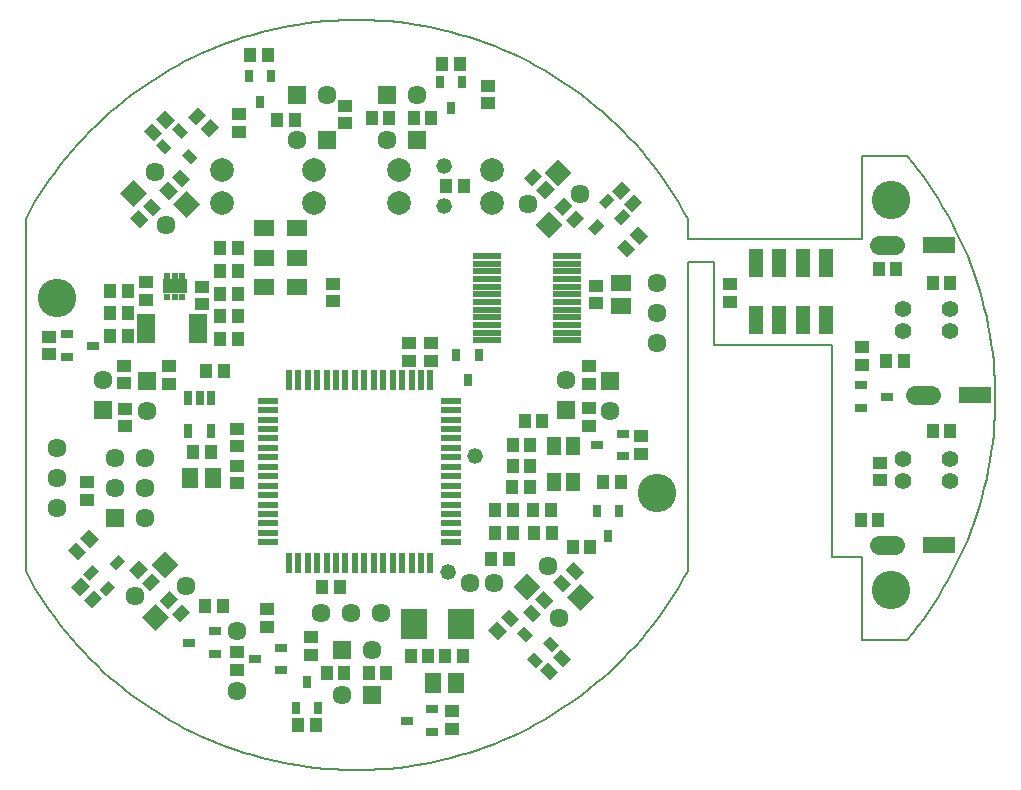
<source format=gts>
G75*
%MOIN*%
%OFA0B0*%
%FSLAX24Y24*%
%IPPOS*%
%LPD*%
%AMOC8*
5,1,8,0,0,1.08239X$1,22.5*
%
%ADD10C,0.0080*%
%ADD11R,0.0395X0.0474*%
%ADD12R,0.0474X0.0395*%
%ADD13R,0.0635X0.0635*%
%ADD14C,0.0635*%
%ADD15C,0.0520*%
%ADD16R,0.0635X0.0635*%
%ADD17R,0.0533X0.0671*%
%ADD18R,0.0867X0.1025*%
%ADD19C,0.0792*%
%ADD20C,0.1280*%
%ADD21R,0.0316X0.0430*%
%ADD22R,0.0430X0.0316*%
%ADD23R,0.0631X0.0190*%
%ADD24R,0.0245X0.0245*%
%ADD25R,0.0387X0.0474*%
%ADD26R,0.0946X0.0237*%
%ADD27R,0.0513X0.0631*%
%ADD28R,0.0671X0.0240*%
%ADD29R,0.0240X0.0671*%
%ADD30R,0.0474X0.0946*%
%ADD31C,0.0556*%
%ADD32R,0.0316X0.0513*%
%ADD33R,0.0671X0.0533*%
%ADD34C,0.0635*%
%ADD35R,0.1080X0.0580*%
%ADD36R,0.0710X0.0552*%
D10*
X005768Y008412D02*
X005768Y020148D01*
X005914Y020415D01*
X006066Y020678D01*
X006225Y020937D01*
X006390Y021192D01*
X006561Y021444D01*
X006739Y021691D01*
X006922Y021933D01*
X007111Y022171D01*
X007305Y022405D01*
X007506Y022633D01*
X007712Y022857D01*
X007923Y023075D01*
X008139Y023289D01*
X008361Y023497D01*
X008588Y023699D01*
X008819Y023896D01*
X009055Y024088D01*
X009296Y024273D01*
X009541Y024453D01*
X009791Y024626D01*
X010044Y024794D01*
X010302Y024955D01*
X010563Y025110D01*
X010829Y025259D01*
X011097Y025401D01*
X011369Y025536D01*
X011645Y025665D01*
X011923Y025787D01*
X012204Y025903D01*
X012488Y026011D01*
X012775Y026112D01*
X013064Y026207D01*
X013355Y026294D01*
X013648Y026375D01*
X013943Y026448D01*
X014240Y026514D01*
X014538Y026573D01*
X014837Y026624D01*
X015138Y026668D01*
X015440Y026705D01*
X015742Y026735D01*
X016046Y026757D01*
X016349Y026772D01*
X016653Y026779D01*
X016957Y026779D01*
X017261Y026772D01*
X017564Y026757D01*
X017868Y026735D01*
X018170Y026705D01*
X018472Y026668D01*
X018773Y026624D01*
X019072Y026573D01*
X019370Y026514D01*
X019667Y026448D01*
X019962Y026375D01*
X020255Y026294D01*
X020546Y026207D01*
X020835Y026112D01*
X021122Y026011D01*
X021406Y025903D01*
X021687Y025787D01*
X021965Y025665D01*
X022241Y025536D01*
X022513Y025401D01*
X022781Y025259D01*
X023047Y025110D01*
X023308Y024955D01*
X023566Y024794D01*
X023819Y024626D01*
X024069Y024453D01*
X024314Y024273D01*
X024555Y024088D01*
X024791Y023896D01*
X025022Y023699D01*
X025249Y023497D01*
X025471Y023289D01*
X025687Y023075D01*
X025898Y022857D01*
X026104Y022633D01*
X026305Y022405D01*
X026499Y022171D01*
X026688Y021933D01*
X026871Y021691D01*
X027049Y021444D01*
X027220Y021192D01*
X027385Y020937D01*
X027544Y020678D01*
X027696Y020415D01*
X027842Y020148D01*
X027841Y020148D02*
X027841Y019497D01*
X033635Y019497D01*
X033635Y022252D01*
X035144Y022252D01*
X028714Y018709D02*
X027841Y018709D01*
X027841Y008412D01*
X032651Y008867D02*
X033635Y008867D01*
X033635Y006111D01*
X035144Y006111D01*
X032651Y008867D02*
X032651Y015953D01*
X028714Y015953D01*
X028714Y018709D01*
X035143Y022253D02*
X035336Y022019D01*
X035523Y021781D01*
X035704Y021539D01*
X035879Y021292D01*
X036048Y021041D01*
X036211Y020786D01*
X036367Y020528D01*
X036518Y020265D01*
X036662Y019999D01*
X036799Y019730D01*
X036930Y019457D01*
X037055Y019181D01*
X037172Y018903D01*
X037283Y018621D01*
X037387Y018337D01*
X037484Y018050D01*
X037574Y017762D01*
X037658Y017471D01*
X037734Y017178D01*
X037803Y016883D01*
X037864Y016587D01*
X037919Y016290D01*
X037966Y015991D01*
X038007Y015691D01*
X038039Y015390D01*
X038065Y015089D01*
X038083Y014787D01*
X038094Y014485D01*
X038098Y014182D01*
X038094Y013879D01*
X038083Y013577D01*
X038065Y013275D01*
X038039Y012974D01*
X038007Y012673D01*
X037966Y012373D01*
X037919Y012074D01*
X037864Y011777D01*
X037803Y011481D01*
X037734Y011186D01*
X037658Y010893D01*
X037574Y010602D01*
X037484Y010314D01*
X037387Y010027D01*
X037283Y009743D01*
X037172Y009461D01*
X037055Y009183D01*
X036930Y008907D01*
X036799Y008634D01*
X036662Y008365D01*
X036518Y008099D01*
X036367Y007836D01*
X036211Y007578D01*
X036048Y007323D01*
X035879Y007072D01*
X035704Y006825D01*
X035523Y006583D01*
X035336Y006345D01*
X035143Y006111D01*
X027842Y008412D02*
X027696Y008145D01*
X027544Y007882D01*
X027385Y007623D01*
X027220Y007368D01*
X027049Y007116D01*
X026871Y006869D01*
X026688Y006627D01*
X026499Y006389D01*
X026305Y006155D01*
X026104Y005927D01*
X025898Y005703D01*
X025687Y005485D01*
X025471Y005271D01*
X025249Y005063D01*
X025022Y004861D01*
X024791Y004664D01*
X024555Y004472D01*
X024314Y004287D01*
X024069Y004107D01*
X023819Y003934D01*
X023566Y003766D01*
X023308Y003605D01*
X023047Y003450D01*
X022781Y003301D01*
X022513Y003159D01*
X022241Y003024D01*
X021965Y002895D01*
X021687Y002773D01*
X021406Y002657D01*
X021122Y002549D01*
X020835Y002448D01*
X020546Y002353D01*
X020255Y002266D01*
X019962Y002185D01*
X019667Y002112D01*
X019370Y002046D01*
X019072Y001987D01*
X018773Y001936D01*
X018472Y001892D01*
X018170Y001855D01*
X017868Y001825D01*
X017564Y001803D01*
X017261Y001788D01*
X016957Y001781D01*
X016653Y001781D01*
X016349Y001788D01*
X016046Y001803D01*
X015742Y001825D01*
X015440Y001855D01*
X015138Y001892D01*
X014837Y001936D01*
X014538Y001987D01*
X014240Y002046D01*
X013943Y002112D01*
X013648Y002185D01*
X013355Y002266D01*
X013064Y002353D01*
X012775Y002448D01*
X012488Y002549D01*
X012204Y002657D01*
X011923Y002773D01*
X011645Y002895D01*
X011369Y003024D01*
X011097Y003159D01*
X010829Y003301D01*
X010563Y003450D01*
X010302Y003605D01*
X010044Y003766D01*
X009791Y003934D01*
X009541Y004107D01*
X009296Y004287D01*
X009055Y004472D01*
X008819Y004664D01*
X008588Y004861D01*
X008361Y005063D01*
X008139Y005271D01*
X007923Y005485D01*
X007712Y005703D01*
X007506Y005927D01*
X007305Y006155D01*
X007111Y006389D01*
X006922Y006627D01*
X006739Y006869D01*
X006561Y007116D01*
X006390Y007368D01*
X006225Y007623D01*
X006066Y007882D01*
X005914Y008145D01*
X005768Y008412D01*
D11*
X011350Y012365D03*
X011940Y012365D03*
X011798Y015067D03*
X012388Y015067D03*
X012248Y016149D03*
X012838Y016149D03*
X012838Y016899D03*
X012248Y016899D03*
X012248Y017649D03*
X012838Y017649D03*
X012838Y018399D03*
X012248Y018399D03*
X012248Y019168D03*
X012838Y019168D03*
X009188Y017749D03*
X008598Y017749D03*
X008598Y016999D03*
X009188Y016999D03*
X009188Y016249D03*
X008598Y016249D03*
X014159Y023455D03*
X014750Y023455D03*
X017309Y023530D03*
X017900Y023530D03*
X018709Y023530D03*
X019300Y023530D03*
X019659Y025305D03*
X020250Y025305D03*
X020375Y021255D03*
X019784Y021255D03*
X013850Y025605D03*
X013259Y025605D03*
X022409Y013430D03*
X023000Y013430D03*
X022600Y012630D03*
X022009Y012630D03*
X022009Y011930D03*
X022600Y011930D03*
X022575Y011230D03*
X021984Y011230D03*
X022004Y010436D03*
X022695Y010442D03*
X023286Y010442D03*
X023311Y009693D03*
X022720Y009693D03*
X022004Y009687D03*
X021414Y009687D03*
X021414Y010436D03*
X021284Y008830D03*
X021875Y008830D03*
X024009Y009230D03*
X024600Y009230D03*
X025011Y011393D03*
X025602Y011393D03*
X020350Y005580D03*
X019759Y005580D03*
X019200Y005580D03*
X018609Y005580D03*
X017800Y005030D03*
X017209Y005030D03*
X016400Y005030D03*
X015809Y005030D03*
X015450Y003280D03*
X014859Y003280D03*
X012351Y007232D03*
X011760Y007232D03*
X015659Y007880D03*
X016250Y007880D03*
X033609Y010130D03*
X034200Y010130D03*
X036009Y013080D03*
X036600Y013080D03*
X035050Y015430D03*
X034459Y015430D03*
X036009Y018030D03*
X036600Y018030D03*
X034800Y018480D03*
X034209Y018480D03*
D12*
G36*
X007710Y007452D02*
X008044Y007786D01*
X008322Y007508D01*
X007988Y007174D01*
X007710Y007452D01*
G37*
G36*
X007292Y007870D02*
X007626Y008204D01*
X007904Y007926D01*
X007570Y007592D01*
X007292Y007870D01*
G37*
G36*
X007454Y009389D02*
X007788Y009055D01*
X007510Y008777D01*
X007176Y009111D01*
X007454Y009389D01*
G37*
G36*
X007871Y009807D02*
X008205Y009473D01*
X007927Y009195D01*
X007593Y009529D01*
X007871Y009807D01*
G37*
X007805Y010785D03*
X007805Y011375D03*
X009069Y013233D03*
X009069Y013824D03*
X009050Y014666D03*
X009050Y015256D03*
X010566Y015246D03*
X010566Y014655D03*
X012810Y013155D03*
X012810Y012564D03*
X012810Y011930D03*
X012810Y011339D03*
G36*
X009838Y008495D02*
X009504Y008161D01*
X009226Y008439D01*
X009560Y008773D01*
X009838Y008495D01*
G37*
G36*
X010255Y008077D02*
X009921Y007743D01*
X009643Y008021D01*
X009977Y008355D01*
X010255Y008077D01*
G37*
G36*
X010226Y007413D02*
X010560Y007747D01*
X010838Y007469D01*
X010504Y007135D01*
X010226Y007413D01*
G37*
G36*
X010643Y006995D02*
X010977Y007329D01*
X011255Y007051D01*
X010921Y006717D01*
X010643Y006995D01*
G37*
X012805Y005700D03*
X012805Y005110D03*
X013805Y006560D03*
X013805Y007150D03*
X015293Y006217D03*
X015293Y005627D03*
X019980Y003750D03*
X019980Y003160D03*
G36*
X023252Y004782D02*
X022918Y005116D01*
X023196Y005394D01*
X023530Y005060D01*
X023252Y004782D01*
G37*
G36*
X023670Y005200D02*
X023336Y005534D01*
X023614Y005812D01*
X023948Y005478D01*
X023670Y005200D01*
G37*
G36*
X022624Y007326D02*
X022958Y006992D01*
X022680Y006714D01*
X022346Y007048D01*
X022624Y007326D01*
G37*
G36*
X023041Y007744D02*
X023375Y007410D01*
X023097Y007132D01*
X022763Y007466D01*
X023041Y007744D01*
G37*
G36*
X023684Y007701D02*
X023350Y008035D01*
X023628Y008313D01*
X023962Y007979D01*
X023684Y007701D01*
G37*
G36*
X024101Y008118D02*
X023767Y008452D01*
X024045Y008730D01*
X024379Y008396D01*
X024101Y008118D01*
G37*
G36*
X021949Y006546D02*
X021615Y006880D01*
X021893Y007158D01*
X022227Y006824D01*
X021949Y006546D01*
G37*
G36*
X021531Y006128D02*
X021197Y006462D01*
X021475Y006740D01*
X021809Y006406D01*
X021531Y006128D01*
G37*
X026297Y012323D03*
X026297Y012913D03*
X024543Y013260D03*
X024543Y013850D03*
X024550Y014649D03*
X024550Y015240D03*
X024780Y017335D03*
X024780Y017925D03*
G36*
X025820Y018878D02*
X025486Y019212D01*
X025764Y019490D01*
X026098Y019156D01*
X025820Y018878D01*
G37*
G36*
X026237Y019296D02*
X025903Y019630D01*
X026181Y019908D01*
X026515Y019574D01*
X026237Y019296D01*
G37*
G36*
X026334Y020710D02*
X026000Y020376D01*
X025722Y020654D01*
X026056Y020988D01*
X026334Y020710D01*
G37*
G36*
X025916Y021128D02*
X025582Y020794D01*
X025304Y021072D01*
X025638Y021406D01*
X025916Y021128D01*
G37*
G36*
X023786Y020114D02*
X024120Y020448D01*
X024398Y020170D01*
X024064Y019836D01*
X023786Y020114D01*
G37*
G36*
X023369Y020531D02*
X023703Y020865D01*
X023981Y020587D01*
X023647Y020253D01*
X023369Y020531D01*
G37*
G36*
X023408Y021160D02*
X023074Y020826D01*
X022796Y021104D01*
X023130Y021438D01*
X023408Y021160D01*
G37*
G36*
X022991Y021577D02*
X022657Y021243D01*
X022379Y021521D01*
X022713Y021855D01*
X022991Y021577D01*
G37*
X021191Y023999D03*
X021191Y024590D03*
X016405Y023925D03*
X016405Y023335D03*
X012880Y023060D03*
X012880Y023650D03*
G36*
X012206Y023201D02*
X011872Y022867D01*
X011594Y023145D01*
X011928Y023479D01*
X012206Y023201D01*
G37*
G36*
X011789Y023618D02*
X011455Y023284D01*
X011177Y023562D01*
X011511Y023896D01*
X011789Y023618D01*
G37*
G36*
X010409Y023773D02*
X010743Y023439D01*
X010465Y023161D01*
X010131Y023495D01*
X010409Y023773D01*
G37*
G36*
X009991Y023355D02*
X010325Y023021D01*
X010047Y022743D01*
X009713Y023077D01*
X009991Y023355D01*
G37*
G36*
X010983Y021214D02*
X010649Y021548D01*
X010927Y021826D01*
X011261Y021492D01*
X010983Y021214D01*
G37*
G36*
X010565Y020796D02*
X010231Y021130D01*
X010509Y021408D01*
X010843Y021074D01*
X010565Y020796D01*
G37*
G36*
X009954Y020862D02*
X010288Y020528D01*
X010010Y020250D01*
X009676Y020584D01*
X009954Y020862D01*
G37*
G36*
X009537Y020444D02*
X009871Y020110D01*
X009593Y019832D01*
X009259Y020166D01*
X009537Y020444D01*
G37*
X009793Y018044D03*
X009793Y017453D03*
X011643Y017303D03*
X011643Y017894D03*
X016024Y017988D03*
X016024Y017398D03*
X018542Y016015D03*
X018542Y015424D03*
X019299Y015414D03*
X019299Y016005D03*
X029255Y017385D03*
X029255Y017975D03*
X033655Y015875D03*
X033655Y015285D03*
X034255Y012025D03*
X034255Y011435D03*
X006550Y015635D03*
X006550Y016225D03*
D13*
X008352Y013770D03*
X009801Y014740D03*
X008755Y010180D03*
X016305Y005780D03*
X017305Y004280D03*
X023792Y013776D03*
X025241Y014747D03*
X018805Y022780D03*
X017805Y024280D03*
X015805Y022780D03*
X014805Y024280D03*
D14*
X015805Y024280D03*
X014805Y022780D03*
X017805Y022780D03*
X018805Y024280D03*
X022512Y020662D03*
X024237Y020987D03*
X026805Y018030D03*
X026805Y017030D03*
X026805Y016030D03*
X025241Y013747D03*
X023792Y014776D03*
X023190Y008594D03*
X021373Y008011D03*
X020586Y008011D03*
X017605Y007030D03*
X016605Y007030D03*
X015605Y007030D03*
X017305Y005780D03*
X016305Y004280D03*
X012805Y004405D03*
X012805Y006405D03*
X011115Y007919D03*
X009404Y007581D03*
X009755Y010180D03*
X009755Y011180D03*
X008755Y011180D03*
X008755Y012180D03*
X009755Y012180D03*
X009801Y013740D03*
X008352Y014770D03*
X006805Y012530D03*
X006805Y011530D03*
X006805Y010530D03*
X010435Y019938D03*
X010086Y021710D03*
X023551Y006834D03*
D15*
X019840Y008392D03*
X020765Y012248D03*
X019730Y020588D03*
X019730Y021925D03*
D16*
G36*
X023219Y020403D02*
X023667Y019955D01*
X023219Y019507D01*
X022771Y019955D01*
X023219Y020403D01*
G37*
G36*
X023530Y021246D02*
X023082Y021694D01*
X023530Y022142D01*
X023978Y021694D01*
X023530Y021246D01*
G37*
G36*
X010694Y020645D02*
X011142Y021093D01*
X011590Y020645D01*
X011142Y020197D01*
X010694Y020645D01*
G37*
G36*
X009827Y021003D02*
X009379Y020555D01*
X008931Y021003D01*
X009379Y021451D01*
X009827Y021003D01*
G37*
G36*
X010408Y008178D02*
X009960Y008626D01*
X010408Y009074D01*
X010856Y008626D01*
X010408Y008178D01*
G37*
G36*
X010112Y007322D02*
X010560Y006874D01*
X010112Y006426D01*
X009664Y006874D01*
X010112Y007322D01*
G37*
G36*
X022931Y007887D02*
X022483Y007439D01*
X022035Y007887D01*
X022483Y008335D01*
X022931Y007887D01*
G37*
G36*
X023810Y007541D02*
X024258Y007989D01*
X024706Y007541D01*
X024258Y007093D01*
X023810Y007541D01*
G37*
D17*
X020123Y004680D03*
X019336Y004680D03*
X012023Y011505D03*
X011236Y011505D03*
D18*
X018717Y006655D03*
X020292Y006655D03*
D19*
X021305Y020680D03*
X021305Y021780D03*
X018221Y021780D03*
X018221Y020680D03*
X015388Y020680D03*
X015388Y021780D03*
X012305Y021780D03*
X012305Y020680D03*
D20*
X006805Y017530D03*
X026805Y011030D03*
X034620Y007784D03*
X034620Y020776D03*
D21*
X025554Y010430D03*
X024806Y010430D03*
X025180Y009580D03*
X020505Y014780D03*
X020879Y015630D03*
X020131Y015630D03*
X019955Y023855D03*
X020329Y024705D03*
X019581Y024705D03*
X013954Y024905D03*
X013206Y024905D03*
X013580Y024055D03*
X015155Y004705D03*
X015529Y003855D03*
X014781Y003855D03*
D22*
X014280Y005106D03*
X014280Y005854D03*
X013430Y005480D03*
X012080Y005656D03*
X012080Y006404D03*
X011230Y006030D03*
G36*
X008227Y007790D02*
X008530Y008093D01*
X008753Y007870D01*
X008450Y007567D01*
X008227Y007790D01*
G37*
G36*
X007698Y008319D02*
X008001Y008622D01*
X008224Y008399D01*
X007921Y008096D01*
X007698Y008319D01*
G37*
G36*
X008563Y008655D02*
X008866Y008958D01*
X009089Y008735D01*
X008786Y008432D01*
X008563Y008655D01*
G37*
X007159Y015550D03*
X008009Y015924D03*
X007159Y016298D03*
G36*
X011202Y022491D02*
X011505Y022188D01*
X011282Y021965D01*
X010979Y022268D01*
X011202Y022491D01*
G37*
G36*
X010865Y023356D02*
X011168Y023053D01*
X010945Y022830D01*
X010642Y023133D01*
X010865Y023356D01*
G37*
G36*
X010336Y022827D02*
X010639Y022524D01*
X010416Y022301D01*
X010113Y022604D01*
X010336Y022827D01*
G37*
G36*
X025059Y019916D02*
X024756Y019613D01*
X024533Y019836D01*
X024836Y020139D01*
X025059Y019916D01*
G37*
G36*
X025925Y020253D02*
X025622Y019950D01*
X025399Y020173D01*
X025702Y020476D01*
X025925Y020253D01*
G37*
G36*
X025396Y020781D02*
X025093Y020478D01*
X024870Y020701D01*
X025173Y021004D01*
X025396Y020781D01*
G37*
X033630Y014604D03*
X033630Y013856D03*
X034480Y014230D03*
X025674Y012993D03*
X024824Y012619D03*
X025674Y012245D03*
G36*
X022455Y006045D02*
X022152Y006348D01*
X022375Y006571D01*
X022678Y006268D01*
X022455Y006045D01*
G37*
G36*
X022792Y005179D02*
X022489Y005482D01*
X022712Y005705D01*
X023015Y005402D01*
X022792Y005179D01*
G37*
G36*
X023321Y005708D02*
X023018Y006011D01*
X023241Y006234D01*
X023544Y005931D01*
X023321Y005708D01*
G37*
X019330Y003804D03*
X019330Y003056D03*
X018480Y003430D03*
D23*
X011509Y016105D03*
X011509Y016302D03*
X011509Y016499D03*
X011509Y016695D03*
X011509Y016892D03*
X009777Y016892D03*
X009777Y016695D03*
X009777Y016499D03*
X009777Y016302D03*
X009777Y016105D03*
D24*
X010487Y017538D03*
X010743Y017538D03*
X010999Y017538D03*
X010999Y018259D03*
X010743Y018259D03*
X010487Y018259D03*
D25*
X010546Y017899D03*
X010940Y017899D03*
D26*
X021150Y017889D03*
X021150Y018145D03*
X021150Y018401D03*
X021150Y018657D03*
X021150Y018912D03*
X021150Y017633D03*
X021150Y017377D03*
X021150Y017121D03*
X021150Y016865D03*
X021150Y016609D03*
X021150Y016353D03*
X021150Y016098D03*
X023810Y016098D03*
X023810Y016353D03*
X023810Y016609D03*
X023810Y016865D03*
X023810Y017121D03*
X023810Y017377D03*
X023810Y017633D03*
X023810Y017889D03*
X023810Y018145D03*
X023810Y018401D03*
X023810Y018657D03*
X023810Y018912D03*
D27*
X024020Y012571D03*
X023390Y012571D03*
X023390Y011389D03*
X024020Y011389D03*
D28*
X019956Y011258D03*
X019956Y011573D03*
X019956Y011887D03*
X019956Y012202D03*
X019956Y012517D03*
X019956Y012832D03*
X019956Y013147D03*
X019956Y013462D03*
X019956Y013777D03*
X019956Y014092D03*
X019956Y010943D03*
X019956Y010628D03*
X019956Y010313D03*
X019956Y009998D03*
X019956Y009683D03*
X019956Y009368D03*
X013853Y009368D03*
X013853Y009683D03*
X013853Y009998D03*
X013853Y010313D03*
X013853Y010628D03*
X013853Y010943D03*
X013853Y011258D03*
X013853Y011573D03*
X013853Y011887D03*
X013853Y012202D03*
X013853Y012517D03*
X013853Y012832D03*
X013853Y013147D03*
X013853Y013462D03*
X013853Y013777D03*
X013853Y014092D03*
D29*
X014542Y014781D03*
X014857Y014781D03*
X015172Y014781D03*
X015487Y014781D03*
X015802Y014781D03*
X016117Y014781D03*
X016432Y014781D03*
X016747Y014781D03*
X017062Y014781D03*
X017377Y014781D03*
X017692Y014781D03*
X018007Y014781D03*
X018322Y014781D03*
X018637Y014781D03*
X018952Y014781D03*
X019267Y014781D03*
X019267Y008679D03*
X018952Y008679D03*
X018637Y008679D03*
X018322Y008679D03*
X018007Y008679D03*
X017692Y008679D03*
X017377Y008679D03*
X017062Y008679D03*
X016747Y008679D03*
X016432Y008679D03*
X016117Y008679D03*
X015802Y008679D03*
X015487Y008679D03*
X015172Y008679D03*
X014857Y008679D03*
X014542Y008679D03*
D30*
X030102Y016783D03*
X030889Y016783D03*
X031676Y016783D03*
X032464Y016783D03*
X032464Y018673D03*
X031676Y018673D03*
X030889Y018673D03*
X030102Y018673D03*
D31*
X035017Y017134D03*
X035017Y016426D03*
X036592Y016426D03*
X036592Y017134D03*
X036592Y012134D03*
X036592Y011426D03*
X035017Y011426D03*
X035017Y012134D03*
D32*
X011945Y013095D03*
X011197Y013095D03*
X011197Y014197D03*
X011571Y014197D03*
X011945Y014197D03*
D33*
X025630Y017236D03*
X025630Y018024D03*
D34*
X034205Y019280D02*
X034760Y019280D01*
X035405Y014280D02*
X035960Y014280D01*
X034760Y009280D02*
X034205Y009280D01*
D35*
X036205Y009280D03*
X037405Y014280D03*
X036205Y019280D03*
D36*
X014806Y018855D03*
X014806Y017871D03*
X013703Y017871D03*
X013703Y018855D03*
X013703Y019839D03*
X014806Y019839D03*
M02*

</source>
